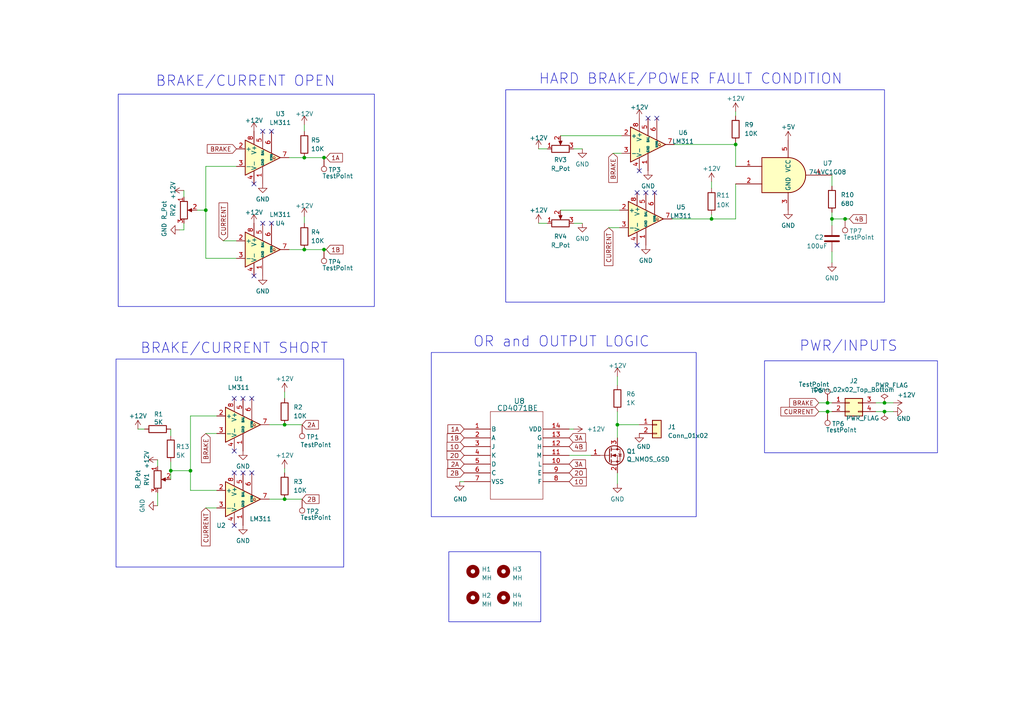
<source format=kicad_sch>
(kicad_sch (version 20231120) (generator "eeschema") (generator_version "8.0")
  (paper "A4")
  (lib_symbols
    (symbol "74xGxx:74LVC1G08"
      (property "Reference" "U" (at -5.08 7.62 0))
      (property "Value" "74LVC1G08" (at 7.62 -7.62 0))
      (symbol "74LVC1G08_0_1"
        (arc (start 0 -5.08) (mid 5.0579 0) (end 0 5.08) (stroke (width 0.254)) (fill (type background)))
        (polyline (pts (xy 0 -5.08) (xy -7.62 -5.08) (xy -7.62 5.08) (xy 0 5.08)) (stroke (width 0.254)) (fill (type background)))
      )
      (symbol "74LVC1G08_1_1"
        (pin input line (at -15.24 2.54 0) (length 7.62) (name "~") (number "1"))
        (pin input line (at -15.24 -2.54 0) (length 7.62) (name "~") (number "2"))
        (pin power_in line (at 0 -10.16 90) (length 5.08) (name "GND") (number "3"))
        (pin output line (at 12.7 0 180) (length 7.62) (name "~") (number "4"))
        (pin power_in line (at 0 10.16 270) (length 5.08) (name "VCC") (number "5"))
      )
    )
    (symbol "CD4071BE:CD4071BE" (pin_names (offset 0.254))
      (property "Reference" "U" (at 27.94 10.16 0))
      (property "Value" "CD4071BE" (at 27.94 7.62 0))
      (symbol "CD4071BE_0_1"
        (polyline (pts (xy 7.62 -20.32) (xy 22.86 -20.32)) (stroke (width 0.127)))
        (polyline (pts (xy 7.62 5.08) (xy 7.62 -20.32)) (stroke (width 0.127)))
        (polyline (pts (xy 22.86 -20.32) (xy 22.86 5.08)) (stroke (width 0.127)))
        (polyline (pts (xy 22.86 5.08) (xy 7.62 5.08)) (stroke (width 0.127)))
        (pin unspecified line (at 0 0 0) (length 7.62) (name "B") (number "1"))
        (pin unspecified line (at 30.48 -10.16 180) (length 7.62) (name "L") (number "10"))
        (pin unspecified line (at 30.48 -7.62 180) (length 7.62) (name "M") (number "11"))
        (pin unspecified line (at 30.48 -5.08 180) (length 7.62) (name "H") (number "12"))
        (pin unspecified line (at 30.48 -2.54 180) (length 7.62) (name "G") (number "13"))
        (pin power_in line (at 30.48 0 180) (length 7.62) (name "VDD") (number "14"))
        (pin unspecified line (at 0 -2.54 0) (length 7.62) (name "A") (number "2"))
        (pin unspecified line (at 0 -5.08 0) (length 7.62) (name "J") (number "3"))
        (pin unspecified line (at 0 -7.62 0) (length 7.62) (name "K") (number "4"))
        (pin unspecified line (at 0 -10.16 0) (length 7.62) (name "D") (number "5"))
        (pin unspecified line (at 0 -12.7 0) (length 7.62) (name "C") (number "6"))
        (pin power_in line (at 0 -15.24 0) (length 7.62) (name "VSS") (number "7"))
        (pin unspecified line (at 30.48 -15.24 180) (length 7.62) (name "F") (number "8"))
        (pin unspecified line (at 30.48 -12.7 180) (length 7.62) (name "E") (number "9"))
      )
    )
    (symbol "Comparator:LM311" (pin_names (offset 0.127))
      (property "Reference" "U" (at 3.81 6.35 0))
      (property "Value" "LM311" (at 3.81 3.81 0))
      (symbol "LM311_0_1"
        (polyline (pts (xy 5.08 0) (xy -5.08 5.08) (xy -5.08 -5.08) (xy 5.08 0)) (stroke (width 0.254)) (fill (type background)))
        (polyline (pts (xy 3.683 -0.381) (xy 3.302 -0.381) (xy 3.683 0) (xy 3.302 0.381) (xy 2.921 0) (xy 3.302 -0.381) (xy 2.921 -0.381)) (stroke (width 0.127)))
      )
      (symbol "LM311_1_1"
        (pin passive line (at 0 -7.62 90) (length 5.08) (name "GND") (number "1"))
        (pin input line (at -7.62 2.54 0) (length 2.54) (name "+") (number "2"))
        (pin input line (at -7.62 -2.54 0) (length 2.54) (name "-") (number "3"))
        (pin power_in line (at -2.54 -7.62 90) (length 3.81) (name "V-") (number "4"))
        (pin input line (at 0 7.62 270) (length 5.08) (name "BAL") (number "5"))
        (pin input line (at 2.54 7.62 270) (length 6.35) (name "STRB") (number "6"))
        (pin open_collector line (at 7.62 0 180) (length 2.54) (name "~") (number "7"))
        (pin power_in line (at -2.54 7.62 270) (length 3.81) (name "V+") (number "8"))
      )
    )
    (symbol "Connector:TestPoint" (pin_numbers hide) (pin_names (offset 0.762) hide)
      (property "Reference" "TP" (at 0 6.858 0))
      (property "Value" "TestPoint" (at 0 5.08 0))
      (symbol "TestPoint_0_1"
        (circle (center 0 3.302) (radius 0.762))
      )
      (symbol "TestPoint_1_1"
        (pin passive line (at 0 0 90) (length 2.54) (name "1") (number "1"))
      )
    )
    (symbol "Connector_Generic:Conn_01x02" (pin_names (offset 1.016) hide)
      (property "Reference" "J" (at 0 2.54 0))
      (property "Value" "Conn_01x02" (at 0 -5.08 0))
      (symbol "Conn_01x02_1_1"
        (rectangle (start -1.27 -2.413) (end 0 -2.667) (stroke (width 0.1524)))
        (rectangle (start -1.27 0.127) (end 0 -0.127) (stroke (width 0.1524)))
        (rectangle (start -1.27 1.27) (end 1.27 -3.81) (stroke (width 0.254)) (fill (type background)))
        (pin passive line (at -5.08 0 0) (length 3.81) (name "Pin_1") (number "1"))
        (pin passive line (at -5.08 -2.54 0) (length 3.81) (name "Pin_2") (number "2"))
      )
    )
    (symbol "Connector_Generic:Conn_02x02_Top_Bottom" (pin_names (offset 1.016) hide)
      (property "Reference" "J" (at 1.27 2.54 0))
      (property "Value" "Conn_02x02_Top_Bottom" (at 1.27 -5.08 0))
      (symbol "Conn_02x02_Top_Bottom_1_1"
        (rectangle (start -1.27 -2.413) (end 0 -2.667) (stroke (width 0.1524)))
        (rectangle (start -1.27 0.127) (end 0 -0.127) (stroke (width 0.1524)))
        (rectangle (start -1.27 1.27) (end 3.81 -3.81) (stroke (width 0.254)) (fill (type background)))
        (rectangle (start 3.81 -2.413) (end 2.54 -2.667) (stroke (width 0.1524)))
        (rectangle (start 3.81 0.127) (end 2.54 -0.127) (stroke (width 0.1524)))
        (pin passive line (at -5.08 0 0) (length 3.81) (name "Pin_1") (number "1"))
        (pin passive line (at -5.08 -2.54 0) (length 3.81) (name "Pin_2") (number "2"))
        (pin passive line (at 7.62 0 180) (length 3.81) (name "Pin_3") (number "3"))
        (pin passive line (at 7.62 -2.54 180) (length 3.81) (name "Pin_4") (number "4"))
      )
    )
    (symbol "Device:C" (pin_numbers hide) (pin_names (offset 0.254))
      (property "Reference" "C" (at 0.635 2.54 0))
      (property "Value" "C" (at 0.635 -2.54 0))
      (symbol "C_0_1"
        (polyline (pts (xy -2.032 -0.762) (xy 2.032 -0.762)) (stroke (width 0.508)))
        (polyline (pts (xy -2.032 0.762) (xy 2.032 0.762)) (stroke (width 0.508)))
      )
      (symbol "C_1_1"
        (pin passive line (at 0 3.81 270) (length 2.794) (name "~") (number "1"))
        (pin passive line (at 0 -3.81 90) (length 2.794) (name "~") (number "2"))
      )
    )
    (symbol "Device:Q_NMOS_GSD" (pin_names (offset 0) hide)
      (property "Reference" "Q" (at 5.08 1.27 0))
      (property "Value" "Q_NMOS_GSD" (at 5.08 -1.27 0))
      (symbol "Q_NMOS_GSD_0_1"
        (polyline (pts (xy 0.254 0) (xy -2.54 0)))
        (polyline (pts (xy 0.254 1.905) (xy 0.254 -1.905)) (stroke (width 0.254)))
        (polyline (pts (xy 0.762 -1.27) (xy 0.762 -2.286)) (stroke (width 0.254)))
        (polyline (pts (xy 0.762 0.508) (xy 0.762 -0.508)) (stroke (width 0.254)))
        (polyline (pts (xy 0.762 2.286) (xy 0.762 1.27)) (stroke (width 0.254)))
        (polyline (pts (xy 2.54 2.54) (xy 2.54 1.778)))
        (polyline (pts (xy 2.54 -2.54) (xy 2.54 0) (xy 0.762 0)))
        (polyline (pts (xy 0.762 -1.778) (xy 3.302 -1.778) (xy 3.302 1.778) (xy 0.762 1.778)))
        (polyline (pts (xy 1.016 0) (xy 2.032 0.381) (xy 2.032 -0.381) (xy 1.016 0)) (fill (type outline)))
        (polyline (pts (xy 2.794 0.508) (xy 2.921 0.381) (xy 3.683 0.381) (xy 3.81 0.254)))
        (polyline (pts (xy 3.302 0.381) (xy 2.921 -0.254) (xy 3.683 -0.254) (xy 3.302 0.381)))
        (circle (center 1.651 0) (radius 2.794) (stroke (width 0.254)))
        (circle (center 2.54 -1.778) (radius 0.254) (fill (type outline)))
        (circle (center 2.54 1.778) (radius 0.254) (fill (type outline)))
      )
      (symbol "Q_NMOS_GSD_1_1"
        (pin input line (at -5.08 0 0) (length 2.54) (name "G") (number "1"))
        (pin passive line (at 2.54 -5.08 90) (length 2.54) (name "S") (number "2"))
        (pin passive line (at 2.54 5.08 270) (length 2.54) (name "D") (number "3"))
      )
    )
    (symbol "Device:R" (pin_numbers hide) (pin_names (offset 0))
      (property "Reference" "R" (at 2.032 0 90))
      (property "Value" "R" (at 0 0 90))
      (symbol "R_0_1"
        (rectangle (start -1.016 -2.54) (end 1.016 2.54) (stroke (width 0.254)))
      )
      (symbol "R_1_1"
        (pin passive line (at 0 3.81 270) (length 1.27) (name "~") (number "1"))
        (pin passive line (at 0 -3.81 90) (length 1.27) (name "~") (number "2"))
      )
    )
    (symbol "Device:R_Potentiometer" (pin_names (offset 1.016) hide)
      (property "Reference" "RV" (at -4.445 0 90))
      (property "Value" "R_Potentiometer" (at -2.54 0 90))
      (symbol "R_Potentiometer_0_1"
        (polyline (pts (xy 2.54 0) (xy 1.524 0)))
        (polyline (pts (xy 1.143 0) (xy 2.286 0.508) (xy 2.286 -0.508) (xy 1.143 0)) (fill (type outline)))
        (rectangle (start 1.016 2.54) (end -1.016 -2.54) (stroke (width 0.254)))
      )
      (symbol "R_Potentiometer_1_1"
        (pin passive line (at 0 3.81 270) (length 1.27) (name "1") (number "1"))
        (pin passive line (at 3.81 0 180) (length 1.27) (name "2") (number "2"))
        (pin passive line (at 0 -3.81 90) (length 1.27) (name "3") (number "3"))
      )
    )
    (symbol "Mechanical:MountingHole" (pin_names (offset 1.016))
      (property "Reference" "H" (at 0 5.08 0))
      (property "Value" "MountingHole" (at 0 3.175 0))
      (symbol "MountingHole_0_1"
        (circle (center 0 0) (radius 1.27) (stroke (width 1.27)))
      )
    )
    (symbol "power:+12V" (power) (pin_names (offset 0))
      (property "Value" "+12V" (at 0 3.556 0))
      (symbol "+12V_0_1"
        (polyline (pts (xy -0.762 1.27) (xy 0 2.54)))
        (polyline (pts (xy 0 0) (xy 0 2.54)))
        (polyline (pts (xy 0 2.54) (xy 0.762 1.27)))
      )
      (symbol "+12V_1_1"
        (pin power_in line (at 0 0 90) (length 0) hide (name "+12V") (number "1"))
      )
    )
    (symbol "power:+5V" (power) (pin_names (offset 0))
      (property "Value" "+5V" (at 0 3.556 0))
      (symbol "+5V_0_1"
        (polyline (pts (xy -0.762 1.27) (xy 0 2.54)))
        (polyline (pts (xy 0 0) (xy 0 2.54)))
        (polyline (pts (xy 0 2.54) (xy 0.762 1.27)))
      )
      (symbol "+5V_1_1"
        (pin power_in line (at 0 0 90) (length 0) hide (name "+5V") (number "1"))
      )
    )
    (symbol "power:GND" (power) (pin_names (offset 0))
      (property "Value" "GND" (at 0 -3.81 0))
      (symbol "GND_0_1"
        (polyline (pts (xy 0 0) (xy 0 -1.27) (xy 1.27 -1.27) (xy 0 -2.54) (xy -1.27 -1.27) (xy 0 -1.27)))
      )
      (symbol "GND_1_1"
        (pin power_in line (at 0 0 270) (length 0) hide (name "GND") (number "1"))
      )
    )
    (symbol "power:PWR_FLAG" (power) (pin_numbers hide) (pin_names (offset 0) hide)
      (property "Value" "PWR_FLAG" (at 0 3.81 0))
      (symbol "PWR_FLAG_0_0"
        (pin power_out line (at 0 0 90) (length 0) (name "pwr") (number "1"))
      )
      (symbol "PWR_FLAG_0_1"
        (polyline (pts (xy 0 0) (xy 0 1.27) (xy -1.016 1.905) (xy 0 2.54) (xy 1.016 1.905) (xy 0 1.27)))
      )
    )
  )
  (junction (at 179.07 123.19))
  (junction (at 59.69 60.96))
  (junction (at 55.245 136.525))
  (junction (at 213.36 41.91))
  (junction (at 241.3 63.5))
  (junction (at 82.55 123.19))
  (junction (at 206.375 63.5))
  (junction (at 240.03 119.38))
  (junction (at 245.11 63.5))
  (junction (at 88.265 45.72))
  (junction (at 256.54 116.84))
  (junction (at 82.55 144.78))
  (junction (at 88.265 72.39))
  (junction (at 93.98 45.72))
  (junction (at 93.98 72.39))
  (junction (at 49.53 136.525))
  (junction (at 240.03 116.84))
  (junction (at 256.54 119.38))
  (no_connect (at 73.66 80.01))
  (no_connect (at 190.5 34.29))
  (no_connect (at 76.2 38.1))
  (no_connect (at 73.66 53.34))
  (no_connect (at 73.025 137.16))
  (no_connect (at 187.325 55.88))
  (no_connect (at 67.945 130.81))
  (no_connect (at 184.785 71.12))
  (no_connect (at 187.96 34.29))
  (no_connect (at 78.74 64.77))
  (no_connect (at 67.945 115.57))
  (no_connect (at 184.785 55.88))
  (no_connect (at 70.485 137.16))
  (no_connect (at 76.2 64.77))
  (no_connect (at 189.865 55.88))
  (no_connect (at 67.945 152.4))
  (no_connect (at 73.025 115.57))
  (no_connect (at 185.42 49.53))
  (no_connect (at 70.485 115.57))
  (no_connect (at 67.945 137.16))
  (no_connect (at 78.74 38.1))
  (wire (pts (xy 59.69 147.32) (xy 62.865 147.32)))
  (wire (pts (xy 256.54 116.84) (xy 254 116.84)))
  (wire (pts (xy 162.56 60.96) (xy 179.705 60.96)))
  (wire (pts (xy 259.08 119.38) (xy 256.54 119.38)))
  (wire (pts (xy 133.35 139.7) (xy 134.62 139.7)))
  (wire (pts (xy 179.07 123.19) (xy 185.42 123.19)))
  (wire (pts (xy 206.375 63.5) (xy 213.36 63.5)))
  (wire (pts (xy 83.82 72.39) (xy 88.265 72.39)))
  (wire (pts (xy 240.03 119.38) (xy 241.3 119.38)))
  (wire (pts (xy 259.08 116.84) (xy 256.54 116.84)))
  (wire (pts (xy 57.15 60.96) (xy 59.69 60.96)))
  (wire (pts (xy 166.37 43.18) (xy 168.91 43.18)))
  (wire (pts (xy 88.265 36.195) (xy 88.265 38.1)))
  (wire (pts (xy 88.265 72.39) (xy 93.98 72.39)))
  (wire (pts (xy 82.55 135.89) (xy 82.55 137.16)))
  (wire (pts (xy 206.375 52.705) (xy 206.375 54.61)))
  (wire (pts (xy 241.3 61.595) (xy 241.3 63.5)))
  (wire (pts (xy 88.265 45.72) (xy 93.98 45.72)))
  (wire (pts (xy 78.105 123.19) (xy 82.55 123.19)))
  (wire (pts (xy 241.3 73.025) (xy 241.3 76.2)))
  (wire (pts (xy 206.375 62.23) (xy 206.375 63.5)))
  (wire (pts (xy 177.8 44.45) (xy 180.34 44.45)))
  (wire (pts (xy 49.53 136.525) (xy 55.245 136.525)))
  (wire (pts (xy 53.34 66.675) (xy 53.34 64.77)))
  (wire (pts (xy 176.53 66.04) (xy 179.705 66.04)))
  (wire (pts (xy 166.37 64.77) (xy 168.91 64.77)))
  (wire (pts (xy 195.58 41.91) (xy 213.36 41.91)))
  (wire (pts (xy 241.3 63.5) (xy 245.11 63.5)))
  (wire (pts (xy 166.37 124.46) (xy 165.1 124.46)))
  (wire (pts (xy 55.245 136.525) (xy 55.245 142.24)))
  (wire (pts (xy 93.98 45.72) (xy 94.615 45.72)))
  (wire (pts (xy 179.07 123.19) (xy 179.07 127)))
  (wire (pts (xy 62.865 120.65) (xy 55.245 120.65)))
  (wire (pts (xy 256.54 119.38) (xy 254 119.38)))
  (wire (pts (xy 82.55 113.665) (xy 82.55 115.57)))
  (wire (pts (xy 53.34 55.245) (xy 53.34 57.15)))
  (wire (pts (xy 88.265 62.865) (xy 88.265 64.77)))
  (wire (pts (xy 240.03 116.84) (xy 241.3 116.84)))
  (wire (pts (xy 246.38 63.5) (xy 245.11 63.5)))
  (wire (pts (xy 78.105 144.78) (xy 82.55 144.78)))
  (wire (pts (xy 52.07 66.675) (xy 53.34 66.675)))
  (wire (pts (xy 49.53 133.985) (xy 49.53 136.525)))
  (wire (pts (xy 179.07 119.38) (xy 179.07 123.19)))
  (wire (pts (xy 213.36 41.91) (xy 213.36 41.275)))
  (wire (pts (xy 55.245 120.65) (xy 55.245 136.525)))
  (wire (pts (xy 45.72 133.35) (xy 45.72 135.255)))
  (wire (pts (xy 59.69 48.26) (xy 59.69 60.96)))
  (wire (pts (xy 49.53 136.525) (xy 49.53 139.065)))
  (wire (pts (xy 162.56 39.37) (xy 180.34 39.37)))
  (wire (pts (xy 82.55 123.19) (xy 87.63 123.19)))
  (wire (pts (xy 179.07 109.22) (xy 179.07 111.76)))
  (wire (pts (xy 213.36 48.26) (xy 213.36 41.91)))
  (wire (pts (xy 241.3 63.5) (xy 241.3 65.405)))
  (wire (pts (xy 93.98 72.39) (xy 94.615 72.39)))
  (wire (pts (xy 213.36 32.385) (xy 213.36 33.655)))
  (wire (pts (xy 45.72 142.875) (xy 45.72 146.685)))
  (wire (pts (xy 40.005 124.46) (xy 41.91 124.46)))
  (wire (pts (xy 83.82 45.72) (xy 88.265 45.72)))
  (wire (pts (xy 62.865 142.24) (xy 55.245 142.24)))
  (wire (pts (xy 68.58 74.93) (xy 59.69 74.93)))
  (wire (pts (xy 59.69 48.26) (xy 68.58 48.26)))
  (wire (pts (xy 237.49 116.84) (xy 240.03 116.84)))
  (wire (pts (xy 82.55 144.78) (xy 87.63 144.78)))
  (wire (pts (xy 237.49 119.38) (xy 240.03 119.38)))
  (wire (pts (xy 213.36 53.34) (xy 213.36 63.5)))
  (wire (pts (xy 194.945 63.5) (xy 206.375 63.5)))
  (wire (pts (xy 165.1 132.08) (xy 171.45 132.08)))
  (wire (pts (xy 179.07 137.16) (xy 179.07 140.335)))
  (wire (pts (xy 59.69 60.96) (xy 59.69 74.93)))
  (wire (pts (xy 156.21 43.18) (xy 158.75 43.18)))
  (wire (pts (xy 241.3 50.8) (xy 241.3 53.975)))
  (wire (pts (xy 64.77 69.85) (xy 68.58 69.85)))
  (wire (pts (xy 59.69 125.73) (xy 62.865 125.73)))
  (wire (pts (xy 156.21 64.77) (xy 158.75 64.77)))
  (wire (pts (xy 49.53 124.46) (xy 49.53 126.365)))
  (rectangle (start 221.742 104.648) (end 271.907 131.318))
  (rectangle (start 130.175 160.02) (end 156.845 180.34))
  (rectangle (start 146.685 26.035) (end 256.54 87.63))
  (rectangle (start 33.655 104.14) (end 99.695 164.465))
  (rectangle (start 34.29 27.305) (end 108.585 88.9))
  (rectangle (start 125.095 102.235) (end 201.93 149.86))
  (text "HARD BRAKE/POWER FAULT CONDITION" (at 156.21 24.765 0) (effects (font (size 3 3)) (justify left bottom)))
  (text "PWR/INPUTS" (at 231.775 102.235 0) (effects (font (size 3 3)) (justify left bottom)))
  (text "BRAKE/CURRENT OPEN" (at 45.085 25.4 0) (effects (font (size 3 3)) (justify left bottom)))
  (text "OR and OUTPUT LOGIC" (at 137.16 100.965 0) (effects (font (size 3 3)) (justify left bottom)))
  (text "BRAKE/CURRENT SHORT" (at 40.64 102.87 0) (effects (font (size 3 3)) (justify left bottom)))
  (global_label "BRAKE" (shape input) (at 68.58 43.18 180) (property "Intersheetrefs" "${INTERSHEET_REFS}" (effects (hide yes))))
  (global_label "2A" (shape input) (at 134.62 134.62 180) (property "Intersheetrefs" "${INTERSHEET_REFS}" (effects (hide yes))))
  (global_label "CURRENT" (shape input) (at 176.53 66.04 270) (property "Intersheetrefs" "${INTERSHEET_REFS}" (effects (hide yes))))
  (global_label "BRAKE" (shape input) (at 237.49 116.84 180) (property "Intersheetrefs" "${INTERSHEET_REFS}" (effects (hide yes))))
  (global_label "4B" (shape input) (at 165.1 129.54 0) (property "Intersheetrefs" "${INTERSHEET_REFS}" (effects (hide yes))))
  (global_label "1A" (shape input) (at 94.615 45.72 0) (property "Intersheetrefs" "${INTERSHEET_REFS}" (effects (hide yes))))
  (global_label "1O" (shape input) (at 134.62 129.54 180) (property "Intersheetrefs" "${INTERSHEET_REFS}" (effects (hide yes))))
  (global_label "2B" (shape input) (at 87.63 144.78 0) (property "Intersheetrefs" "${INTERSHEET_REFS}" (effects (hide yes))))
  (global_label "BRAKE" (shape input) (at 59.69 125.73 270) (property "Intersheetrefs" "${INTERSHEET_REFS}" (effects (hide yes))))
  (global_label "2O" (shape input) (at 165.1 137.16 0) (property "Intersheetrefs" "${INTERSHEET_REFS}" (effects (hide yes))))
  (global_label "CURRENT" (shape input) (at 59.69 147.32 270) (property "Intersheetrefs" "${INTERSHEET_REFS}" (effects (hide yes))))
  (global_label "2A" (shape input) (at 87.63 123.19 0) (property "Intersheetrefs" "${INTERSHEET_REFS}" (effects (hide yes))))
  (global_label "1O" (shape input) (at 165.1 139.7 0) (property "Intersheetrefs" "${INTERSHEET_REFS}" (effects (hide yes))))
  (global_label "4B" (shape input) (at 246.38 63.5 0) (property "Intersheetrefs" "${INTERSHEET_REFS}" (effects (hide yes))))
  (global_label "2B" (shape input) (at 134.62 137.16 180) (property "Intersheetrefs" "${INTERSHEET_REFS}" (effects (hide yes))))
  (global_label "1B" (shape input) (at 94.615 72.39 0) (property "Intersheetrefs" "${INTERSHEET_REFS}" (effects (hide yes))))
  (global_label "3A" (shape input) (at 165.1 127 0) (property "Intersheetrefs" "${INTERSHEET_REFS}" (effects (hide yes))))
  (global_label "1A" (shape input) (at 134.62 124.46 180) (property "Intersheetrefs" "${INTERSHEET_REFS}" (effects (hide yes))))
  (global_label "CURRENT" (shape input) (at 237.49 119.38 180) (property "Intersheetrefs" "${INTERSHEET_REFS}" (effects (hide yes))))
  (global_label "1B" (shape input) (at 134.62 127 180) (property "Intersheetrefs" "${INTERSHEET_REFS}" (effects (hide yes))))
  (global_label "3A" (shape input) (at 165.1 134.62 0) (property "Intersheetrefs" "${INTERSHEET_REFS}" (effects (hide yes))))
  (global_label "2O" (shape input) (at 134.62 132.08 180) (property "Intersheetrefs" "${INTERSHEET_REFS}" (effects (hide yes))))
  (global_label "CURRENT" (shape input) (at 64.77 69.85 90) (property "Intersheetrefs" "${INTERSHEET_REFS}" (effects (hide yes))))
  (global_label "BRAKE" (shape input) (at 177.8 44.45 270) (property "Intersheetrefs" "${INTERSHEET_REFS}" (effects (hide yes))))
  (symbol (lib_id "Mechanical:MountingHole") (at 146.05 173.355 0) (unit 1)
    (property "Reference" "H4" (at 148.59 172.72 0) (effects (justify left)))
    (property "Value" "MH" (at 148.59 175.26 0) (effects (justify left)))
    (property "Footprint" "MountingHole:MountingHole_3mm" (effects (hide yes)))
  )
  (symbol (lib_id "Connector:TestPoint") (at 93.98 45.72 180) (unit 1)
    (property "Reference" "TP3" (at 95.25 49.276 0) (effects (justify right)))
    (property "Value" "TestPoint" (at 93.472 51.054 0) (effects (justify right)))
    (property "Footprint" "Connector_PinHeader_2.54mm:PinHeader_1x01_P2.54mm_Vertical" (effects (hide yes)))
    (property "Description" "test point" (effects (hide yes)))
  )
  (symbol (lib_id "power:+12V") (at 82.55 113.665 0) (unit 1)
    (property "Reference" "#PWR05" (effects (hide yes)))
    (property "Value" "+12V" (at 82.55 109.855 0))
  )
  (symbol (lib_id "Connector_Generic:Conn_01x02") (at 190.5 123.19 0) (unit 1)
    (property "Reference" "J1" (at 193.675 123.825 0) (effects (justify left)))
    (property "Value" "Conn_01x02" (at 193.675 126.365 0) (effects (justify left)))
    (property "Footprint" "Connector_Molex:Molex_CLIK-Mate_502382-0270_1x02-1MP_P1.25mm_Vertical" (effects (hide yes)))
  )
  (symbol (lib_id "CD4071BE:CD4071BE") (at 134.62 124.46 0) (unit 1)
    (property "Reference" "U8" (at 150.622 116.332 0) (effects (font (size 1.524 1.524))))
    (property "Value" "CD4071BE" (at 150.114 118.364 0) (effects (font (size 1.524 1.524))))
    (property "Footprint" "CD4071BE:N14" (effects (hide yes)))
    (property "Datasheet" "CD4071BE" (effects (hide yes)))
  )
  (symbol (lib_id "Device:R") (at 88.265 68.58 0) (unit 1)
    (property "Reference" "R4" (at 90.17 67.3099 0) (effects (justify left)))
    (property "Value" "10K" (at 90.17 69.8499 0) (effects (justify left)))
    (property "Footprint" "Resistor_SMD:R_0603_1608Metric" (effects (hide yes)))
  )
  (symbol (lib_id "power:GND") (at 187.325 71.12 0) (unit 1)
    (property "Reference" "#PWR023" (effects (hide yes)))
    (property "Value" "GND" (at 187.325 75.565 0))
  )
  (symbol (lib_id "Mechanical:MountingHole") (at 146.05 165.735 0) (unit 1)
    (property "Reference" "H3" (at 148.59 165.1 0) (effects (justify left)))
    (property "Value" "MH" (at 148.59 167.64 0) (effects (justify left)))
    (property "Footprint" "MountingHole:MountingHole_3mm" (effects (hide yes)))
  )
  (symbol (lib_id "Device:R_Potentiometer") (at 45.72 139.065 0) (unit 1)
    (property "Reference" "RV1" (at 42.545 139.065 90))
    (property "Value" "R_Pot" (at 40.005 139.065 90))
    (property "Footprint" "Potentiometer_THT:Potentiometer_Bourns_3266W_Vertical" (effects (hide yes)))
  )
  (symbol (lib_id "Device:C") (at 241.3 69.215 0) (unit 1)
    (property "Reference" "C2" (at 236.22 68.834 0) (effects (justify left)))
    (property "Value" "100uF" (at 233.934 71.374 0) (effects (justify left)))
    (property "Footprint" "Capacitor_SMD:C_0603_1608Metric" (effects (hide yes)))
  )
  (symbol (lib_id "Device:Q_NMOS_GSD") (at 176.53 132.08 0) (unit 1)
    (property "Reference" "Q1" (at 181.7116 130.9116 0) (effects (justify left)))
    (property "Value" "Q_NMOS_GSD" (at 181.7116 133.223 0) (effects (justify left)))
    (property "Footprint" "Package_TO_SOT_SMD:SOT-23" (effects (hide yes)))
  )
  (symbol (lib_id "Connector:TestPoint") (at 245.11 63.5 180) (unit 1)
    (property "Reference" "TP7" (at 246.38 67.056 0) (effects (justify right)))
    (property "Value" "TestPoint" (at 244.602 68.834 0) (effects (justify right)))
    (property "Footprint" "Connector_PinHeader_2.54mm:PinHeader_1x01_P2.54mm_Vertical" (effects (hide yes)))
    (property "Description" "test point" (effects (hide yes)))
  )
  (symbol (lib_id "power:GND") (at 179.07 140.335 0) (unit 1)
    (property "Reference" "#PWR025" (effects (hide yes)))
    (property "Value" "GND" (at 179.07 144.78 0))
  )
  (symbol (lib_id "power:+12V") (at 73.66 38.1 0) (unit 1)
    (property "Reference" "#PWR01" (effects (hide yes)))
    (property "Value" "+12V" (at 73.66 34.925 0))
  )
  (symbol (lib_id "power:+5V") (at 228.6 40.64 0) (unit 1)
    (property "Reference" "#PWR030" (effects (hide yes)))
    (property "Value" "+5V" (at 228.6 36.83 0))
  )
  (symbol (lib_id "Comparator:LM311") (at 76.2 72.39 0) (unit 1)
    (property "Reference" "U4" (at 81.28 64.77 0))
    (property "Value" "LM311" (at 81.28 62.23 0))
    (property "Footprint" "LM311 Comparator:D8" (effects (hide yes)))
    (property "Datasheet" "https://www.st.com/resource/en/datasheet/lm311.pdf" (effects (hide yes)))
  )
  (symbol (lib_id "power:+12V") (at 259.08 116.84 270) (unit 1)
    (property "Reference" "#PWR037" (effects (hide yes)))
    (property "Value" "+12V" (at 262.89 114.554 90))
  )
  (symbol (lib_id "power:+12V") (at 179.07 109.22 0) (unit 1)
    (property "Reference" "#PWR018" (effects (hide yes)))
    (property "Value" "+12V" (at 179.07 106.045 0))
  )
  (symbol (lib_id "power:+12V") (at 156.21 43.18 0) (unit 1)
    (property "Reference" "#PWR011" (effects (hide yes)))
    (property "Value" "+12V" (at 156.21 40.005 0))
  )
  (symbol (lib_id "power:PWR_FLAG") (at 256.54 116.84 0) (unit 1)
    (property "Reference" "#FLG01" (effects (hide yes)))
    (property "Value" "PWR_FLAG" (at 258.572 111.76 0))
  )
  (symbol (lib_id "Device:R") (at 213.36 37.465 0) (unit 1)
    (property "Reference" "R9" (at 215.9 36.1949 0) (effects (justify left)))
    (property "Value" "10K" (at 215.9 38.7349 0) (effects (justify left)))
    (property "Footprint" "Resistor_SMD:R_0603_1608Metric" (effects (hide yes)))
  )
  (symbol (lib_id "Comparator:LM311") (at 187.96 41.91 0) (unit 1)
    (property "Reference" "U6" (at 198.12 38.4811 0))
    (property "Value" "LM311" (at 198.12 41.0211 0))
    (property "Footprint" "LM311 Comparator:D8" (effects (hide yes)))
    (property "Datasheet" "https://www.st.com/resource/en/datasheet/lm311.pdf" (effects (hide yes)))
  )
  (symbol (lib_id "power:GND") (at 187.96 49.53 0) (unit 1)
    (property "Reference" "#PWR033" (effects (hide yes)))
    (property "Value" "GND" (at 187.96 53.975 0))
  )
  (symbol (lib_id "Device:R") (at 45.72 124.46 90) (unit 1)
    (property "Reference" "R1" (at 45.974 120.142 90))
    (property "Value" "5K" (at 45.974 122.428 90))
    (property "Footprint" "Resistor_SMD:R_0603_1608Metric" (effects (hide yes)))
  )
  (symbol (lib_id "power:PWR_FLAG") (at 256.54 119.38 180) (unit 1)
    (property "Reference" "#FLG02" (effects (hide yes)))
    (property "Value" "PWR_FLAG" (at 250.19 121.285 0))
  )
  (symbol (lib_id "power:GND") (at 228.6 60.96 0) (unit 1)
    (property "Reference" "#PWR028" (effects (hide yes)))
    (property "Value" "GND" (at 228.6 65.405 0))
  )
  (symbol (lib_id "Device:R") (at 82.55 119.38 0) (unit 1)
    (property "Reference" "R2" (at 85.09 118.1099 0) (effects (justify left)))
    (property "Value" "10K" (at 85.09 120.6499 0) (effects (justify left)))
    (property "Footprint" "Resistor_SMD:R_0603_1608Metric" (effects (hide yes)))
  )
  (symbol (lib_id "power:+12V") (at 53.34 55.245 90) (unit 1)
    (property "Reference" "#PWR010" (effects (hide yes)))
    (property "Value" "+12V" (at 50.165 55.245 0))
  )
  (symbol (lib_id "power:GND") (at 70.485 152.4 0) (unit 1)
    (property "Reference" "#PWR035" (effects (hide yes)))
    (property "Value" "GND" (at 70.485 156.845 0))
  )
  (symbol (lib_id "power:GND") (at 168.91 43.18 0) (unit 1)
    (property "Reference" "#PWR012" (effects (hide yes)))
    (property "Value" "GND" (at 168.91 47.625 0))
  )
  (symbol (lib_id "Comparator:LM311") (at 70.485 144.78 0) (unit 1)
    (property "Reference" "U2" (at 64.135 152.4 0))
    (property "Value" "LM311" (at 75.565 150.495 0))
    (property "Footprint" "LM311 Comparator:D8" (effects (hide yes)))
    (property "Datasheet" "https://www.st.com/resource/en/datasheet/lm311.pdf" (effects (hide yes)))
  )
  (symbol (lib_id "power:+12V") (at 73.66 64.77 0) (unit 1)
    (property "Reference" "#PWR02" (effects (hide yes)))
    (property "Value" "+12V" (at 73.66 61.595 0))
  )
  (symbol (lib_id "power:+12V") (at 156.21 64.77 0) (unit 1)
    (property "Reference" "#PWR013" (effects (hide yes)))
    (property "Value" "+12V" (at 156.21 60.96 0))
  )
  (symbol (lib_id "Connector:TestPoint") (at 240.03 116.84 0) (unit 1)
    (property "Reference" "TP5" (at 238.76 113.284 0) (effects (justify right)))
    (property "Value" "TestPoint" (at 240.538 111.506 0) (effects (justify right)))
    (property "Footprint" "Connector_PinHeader_2.54mm:PinHeader_1x01_P2.54mm_Vertical" (effects (hide yes)))
    (property "Description" "test point" (effects (hide yes)))
  )
  (symbol (lib_id "power:GND") (at 76.2 53.34 0) (unit 1)
    (property "Reference" "#PWR03" (effects (hide yes)))
    (property "Value" "GND" (at 76.2 57.785 0))
  )
  (symbol (lib_id "Device:R") (at 88.265 41.91 0) (unit 1)
    (property "Reference" "R5" (at 90.17 40.6399 0) (effects (justify left)))
    (property "Value" "10K" (at 90.17 43.1799 0) (effects (justify left)))
    (property "Footprint" "Resistor_SMD:R_0603_1608Metric" (effects (hide yes)))
  )
  (symbol (lib_id "74xGxx:74LVC1G08") (at 228.6 50.8 0) (unit 1)
    (property "Reference" "U7" (at 240.03 47.3711 0))
    (property "Value" "74LVC1G08" (at 240.03 49.9111 0))
    (property "Footprint" "CAHC AND Gate:SOT-23-5_DBV_TEX" (effects (hide yes)))
    (property "Datasheet" "https://www.ti.com/lit/ds/symlink/sn74lvc1g08.pdf" (effects (hide yes)))
  )
  (symbol (lib_id "Device:R") (at 206.375 58.42 0) (unit 1)
    (property "Reference" "R11" (at 207.772 56.642 0) (effects (justify left)))
    (property "Value" "10K" (at 207.772 59.436 0) (effects (justify left)))
    (property "Footprint" "Resistor_SMD:R_0603_1608Metric" (effects (hide yes)))
  )
  (symbol (lib_id "Device:R") (at 82.55 140.97 0) (unit 1)
    (property "Reference" "R3" (at 85.09 139.6999 0) (effects (justify left)))
    (property "Value" "10K" (at 85.09 142.2399 0) (effects (justify left)))
    (property "Footprint" "Resistor_SMD:R_0603_1608Metric" (effects (hide yes)))
  )
  (symbol (lib_id "Mechanical:MountingHole") (at 137.16 165.735 0) (unit 1)
    (property "Reference" "H1" (at 139.7 165.1 0) (effects (justify left)))
    (property "Value" "MH" (at 139.7 167.64 0) (effects (justify left)))
    (property "Footprint" "MountingHole:MountingHole_3mm" (effects (hide yes)))
  )
  (symbol (lib_id "Connector:TestPoint") (at 87.63 144.78 180) (unit 1)
    (property "Reference" "TP2" (at 88.9 148.336 0) (effects (justify right)))
    (property "Value" "TestPoint" (at 87.122 150.114 0) (effects (justify right)))
    (property "Footprint" "Connector_PinHeader_2.54mm:PinHeader_1x01_P2.54mm_Vertical" (effects (hide yes)))
    (property "Description" "test point" (effects (hide yes)))
  )
  (symbol (lib_id "power:+12V") (at 206.375 52.705 0) (unit 1)
    (property "Reference" "#PWR016" (effects (hide yes)))
    (property "Value" "+12V" (at 206.375 48.895 0))
  )
  (symbol (lib_id "power:GND") (at 168.91 64.77 0) (unit 1)
    (property "Reference" "#PWR014" (effects (hide yes)))
    (property "Value" "GND" (at 168.91 69.215 0))
  )
  (symbol (lib_id "power:+12V") (at 45.72 133.35 90) (unit 1)
    (property "Reference" "#PWR08" (effects (hide yes)))
    (property "Value" "+12V" (at 42.545 133.35 0))
  )
  (symbol (lib_id "Device:R") (at 241.3 57.785 180) (unit 1)
    (property "Reference" "R10" (at 243.84 56.5149 0) (effects (justify right)))
    (property "Value" "680" (at 243.84 59.0549 0) (effects (justify right)))
    (property "Footprint" "Resistor_SMD:R_0603_1608Metric" (effects (hide yes)))
  )
  (symbol (lib_id "power:+12V") (at 40.005 124.46 0) (unit 1)
    (property "Reference" "#PWR07" (effects (hide yes)))
    (property "Value" "+12V" (at 40.005 120.65 0))
  )
  (symbol (lib_id "Connector:TestPoint") (at 87.63 123.19 180) (unit 1)
    (property "Reference" "TP1" (at 88.9 126.746 0) (effects (justify right)))
    (property "Value" "TestPoint" (at 87.122 129.032 0) (effects (justify right)))
    (property "Footprint" "Connector_PinHeader_2.54mm:PinHeader_1x01_P2.54mm_Vertical" (effects (hide yes)))
    (property "Description" "test point" (effects (hide yes)))
  )
  (symbol (lib_id "power:GND") (at 185.42 125.73 0) (unit 1)
    (property "Reference" "#PWR027" (effects (hide yes)))
    (property "Value" "GND" (at 186.69 129.54 0))
  )
  (symbol (lib_id "power:+12V") (at 88.265 36.195 0) (unit 1)
    (property "Reference" "#PWR022" (effects (hide yes)))
    (property "Value" "+12V" (at 88.265 33.02 0))
  )
  (symbol (lib_id "Device:R_Potentiometer") (at 53.34 60.96 0) (unit 1)
    (property "Reference" "RV2" (at 50.165 60.96 90))
    (property "Value" "R_Pot" (at 47.625 60.96 90))
    (property "Footprint" "Potentiometer_THT:Potentiometer_Bourns_3266W_Vertical" (effects (hide yes)))
  )
  (symbol (lib_id "Device:R_Potentiometer") (at 162.56 43.18 90) (unit 1)
    (property "Reference" "RV3" (at 162.56 46.355 90))
    (property "Value" "R_Pot" (at 162.56 48.895 90))
    (property "Footprint" "Potentiometer_THT:Potentiometer_Bourns_3266W_Vertical" (effects (hide yes)))
  )
  (symbol (lib_id "power:GND") (at 241.3 76.2 0) (unit 1)
    (property "Reference" "#PWR026" (effects (hide yes)))
    (property "Value" "GND" (at 241.3 80.645 0))
  )
  (symbol (lib_id "Connector_Generic:Conn_02x02_Top_Bottom") (at 246.38 116.84 0) (unit 1)
    (property "Reference" "J2" (at 247.65 110.49 0))
    (property "Value" "Conn_02x02_Top_Bottom" (at 247.65 113.03 0))
    (property "Footprint" "Connector_Molex:Molex_Micro-Fit_3.0_43045-0412_2x02_P3.00mm_Vertical" (effects (hide yes)))
    (property "Description" "Generic connector, double row, 02x02, top/bottom pin numbering scheme (row 1: 1...pins_per_row, row2: pins_per_row+1 ... num_pins), script generated (kicad-library-utils/schlib/autogen/connector/)" (effects (hide yes)))
  )
  (symbol (lib_id "Connector:TestPoint") (at 240.03 119.38 180) (unit 1)
    (property "Reference" "TP6" (at 241.3 122.936 0) (effects (justify right)))
    (property "Value" "TestPoint" (at 239.522 124.714 0) (effects (justify right)))
    (property "Footprint" "Connector_PinHeader_2.54mm:PinHeader_1x01_P2.54mm_Vertical" (effects (hide yes)))
    (property "Description" "test point" (effects (hide yes)))
  )
  (symbol (lib_id "power:GND") (at 133.35 139.7 0) (unit 1)
    (property "Reference" "#PWR024" (effects (hide yes)))
    (property "Value" "GND" (at 131.445 144.78 0) (effects (justify left)))
  )
  (symbol (lib_id "Comparator:LM311") (at 70.485 123.19 0) (unit 1)
    (property "Reference" "U1" (at 69.215 109.855 0))
    (property "Value" "LM311" (at 69.215 112.395 0))
    (property "Footprint" "LM311 Comparator:D8" (effects (hide yes)))
    (property "Datasheet" "https://www.st.com/resource/en/datasheet/lm311.pdf" (effects (hide yes)))
  )
  (symbol (lib_id "power:GND") (at 259.08 119.38 90) (unit 1)
    (property "Reference" "#PWR038" (effects (hide yes)))
    (property "Value" "GND" (at 262.128 121.412 90))
  )
  (symbol (lib_id "power:+12V") (at 82.55 135.89 0) (unit 1)
    (property "Reference" "#PWR06" (effects (hide yes)))
    (property "Value" "+12V" (at 82.55 132.08 0))
  )
  (symbol (lib_id "Device:R_Potentiometer") (at 162.56 64.77 90) (unit 1)
    (property "Reference" "RV4" (at 162.56 68.58 90))
    (property "Value" "R_Pot" (at 162.56 71.12 90))
    (property "Footprint" "Potentiometer_THT:Potentiometer_Bourns_3266W_Vertical" (effects (hide yes)))
  )
  (symbol (lib_id "Device:R") (at 179.07 115.57 0) (unit 1)
    (property "Reference" "R6" (at 181.61 114.2999 0) (effects (justify left)))
    (property "Value" "1K" (at 181.61 116.8399 0) (effects (justify left)))
    (property "Footprint" "Resistor_SMD:R_0603_1608Metric" (effects (hide yes)))
  )
  (symbol (lib_id "power:+12V") (at 213.36 32.385 0) (unit 1)
    (property "Reference" "#PWR017" (effects (hide yes)))
    (property "Value" "+12V" (at 213.36 28.575 0))
  )
  (symbol (lib_id "Mechanical:MountingHole") (at 137.16 173.355 0) (unit 1)
    (property "Reference" "H2" (at 139.7 172.72 0) (effects (justify left)))
    (property "Value" "MH" (at 139.7 175.26 0) (effects (justify left)))
    (property "Footprint" "MountingHole:MountingHole_3mm" (effects (hide yes)))
  )
  (symbol (lib_id "Comparator:LM311") (at 76.2 45.72 0) (unit 1)
    (property "Reference" "U3" (at 81.28 33.02 0))
    (property "Value" "LM311" (at 81.28 35.56 0))
    (property "Footprint" "LM311 Comparator:D8" (effects (hide yes)))
    (property "Datasheet" "https://www.st.com/resource/en/datasheet/lm311.pdf" (effects (hide yes)))
  )
  (symbol (lib_id "Connector:TestPoint") (at 93.98 72.39 180) (unit 1)
    (property "Reference" "TP4" (at 95.25 75.946 0) (effects (justify right)))
    (property "Value" "TestPoint" (at 93.472 77.724 0) (effects (justify right)))
    (property "Footprint" "Connector_PinHeader_2.54mm:PinHeader_1x01_P2.54mm_Vertical" (effects (hide yes)))
    (property "Description" "test point" (effects (hide yes)))
  )
  (symbol (lib_id "power:+12V") (at 88.265 62.865 0) (unit 1)
    (property "Reference" "#PWR04" (effects (hide yes)))
    (property "Value" "+12V" (at 88.265 59.69 0))
  )
  (symbol (lib_id "Device:R") (at 49.53 130.175 0) (unit 1)
    (property "Reference" "R13" (at 51.054 129.54 0) (effects (justify left)))
    (property "Value" "5K" (at 51.054 132.08 0) (effects (justify left)))
    (property "Footprint" "Resistor_SMD:R_0603_1608Metric" (effects (hide yes)))
  )
  (symbol (lib_id "power:+12V") (at 166.37 124.46 270) (unit 1)
    (property "Reference" "#PWR019" (effects (hide yes)))
    (property "Value" "+12V" (at 170.18 124.4599 90) (effects (justify left)))
  )
  (symbol (lib_id "power:+12V") (at 185.42 34.29 0) (unit 1)
    (property "Reference" "#PWR015" (effects (hide yes)))
    (property "Value" "+12V" (at 185.42 31.115 0))
  )
  (symbol (lib_id "Comparator:LM311") (at 187.325 63.5 0) (unit 1)
    (property "Reference" "U5" (at 197.485 60.0711 0))
    (property "Value" "LM311" (at 197.485 62.6111 0))
    (property "Footprint" "LM311 Comparator:D8" (effects (hide yes)))
    (property "Datasheet" "https://www.st.com/resource/en/datasheet/lm311.pdf" (effects (hide yes)))
  )
  (symbol (lib_id "power:GND") (at 45.72 146.685 270) (unit 1)
    (property "Reference" "#PWR020" (effects (hide yes)))
    (property "Value" "GND" (at 41.275 146.685 0))
  )
  (symbol (lib_id "power:GND") (at 76.2 80.01 0) (unit 1)
    (property "Reference" "#PWR021" (effects (hide yes)))
    (property "Value" "GND" (at 76.2 84.455 0))
  )
  (symbol (lib_id "power:GND") (at 52.07 66.675 270) (unit 1)
    (property "Reference" "#PWR09" (effects (hide yes)))
    (property "Value" "GND" (at 47.625 66.675 0))
  )
  (symbol (lib_id "power:GND") (at 70.485 130.81 0) (unit 1)
    (property "Reference" "#PWR034" (effects (hide yes)))
    (property "Value" "GND" (at 70.485 135.255 0))
  )
)
</source>
